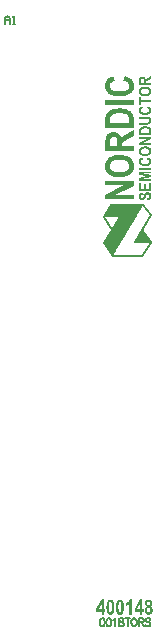
<source format=gto>
G04 Layer_Color=65535*
%FSLAX24Y24*%
%MOIN*%
G70*
G01*
G75*
%ADD14C,0.0060*%
%ADD15C,0.0050*%
G36*
X6847Y20037D02*
X6582Y19903D01*
X6847D01*
Y19841D01*
X6440D01*
Y19906D01*
X6712Y20042D01*
X6440D01*
Y20105D01*
X6847D01*
Y20037D01*
D02*
G37*
G36*
X6661Y20454D02*
X6667D01*
X6673Y20453D01*
X6679Y20453D01*
X6694Y20451D01*
X6709Y20449D01*
X6725Y20446D01*
X6740Y20442D01*
X6740D01*
X6741Y20441D01*
X6744Y20441D01*
X6746Y20440D01*
X6750Y20438D01*
X6753Y20437D01*
X6762Y20434D01*
X6772Y20429D01*
X6782Y20424D01*
X6792Y20418D01*
X6801Y20411D01*
X6803Y20411D01*
X6805Y20408D01*
X6809Y20404D01*
X6814Y20400D01*
X6820Y20393D01*
X6825Y20385D01*
X6831Y20377D01*
X6836Y20368D01*
Y20367D01*
X6836Y20367D01*
X6837Y20365D01*
X6837Y20363D01*
X6838Y20361D01*
X6839Y20357D01*
X6841Y20350D01*
X6843Y20340D01*
X6845Y20329D01*
X6846Y20316D01*
X6847Y20301D01*
Y20175D01*
X6440D01*
Y20297D01*
Y20298D01*
Y20299D01*
Y20302D01*
Y20305D01*
X6441Y20309D01*
Y20314D01*
X6441Y20324D01*
X6443Y20335D01*
X6444Y20347D01*
X6447Y20358D01*
X6451Y20368D01*
Y20368D01*
X6451Y20369D01*
X6453Y20371D01*
X6455Y20376D01*
X6459Y20382D01*
X6464Y20389D01*
X6470Y20396D01*
X6477Y20404D01*
X6486Y20411D01*
X6487Y20413D01*
X6489Y20414D01*
X6490Y20415D01*
X6496Y20418D01*
X6503Y20423D01*
X6513Y20428D01*
X6523Y20433D01*
X6536Y20438D01*
X6550Y20443D01*
X6550D01*
X6552Y20443D01*
X6554Y20444D01*
X6557Y20444D01*
X6561Y20446D01*
X6566Y20447D01*
X6571Y20448D01*
X6577Y20449D01*
X6583Y20449D01*
X6591Y20450D01*
X6599Y20451D01*
X6608Y20453D01*
X6617Y20453D01*
X6627Y20454D01*
X6648Y20454D01*
X6656D01*
X6661Y20454D01*
D02*
G37*
G36*
X5813Y19507D02*
X5829D01*
X5849Y19505D01*
X5871Y19503D01*
X5897Y19500D01*
X5925Y19495D01*
X5954Y19489D01*
X5984Y19481D01*
X6015Y19473D01*
X6046Y19461D01*
X6076Y19449D01*
X6106Y19434D01*
X6134Y19418D01*
X6160Y19397D01*
X6161Y19396D01*
X6165Y19392D01*
X6171Y19388D01*
X6177Y19380D01*
X6187Y19370D01*
X6196Y19359D01*
X6208Y19345D01*
X6217Y19329D01*
X6229Y19311D01*
X6240Y19291D01*
X6249Y19270D01*
X6258Y19246D01*
X6265Y19221D01*
X6271Y19194D01*
X6275Y19165D01*
X6276Y19135D01*
Y19134D01*
Y19128D01*
X6275Y19119D01*
Y19108D01*
X6273Y19094D01*
X6270Y19078D01*
X6266Y19059D01*
X6261Y19039D01*
X6256Y19019D01*
X6249Y18997D01*
X6239Y18975D01*
X6227Y18952D01*
X6215Y18931D01*
X6199Y18910D01*
X6181Y18890D01*
X6161Y18871D01*
X6160Y18870D01*
X6155Y18866D01*
X6148Y18861D01*
X6136Y18854D01*
X6124Y18846D01*
X6106Y18836D01*
X6087Y18826D01*
X6065Y18816D01*
X6041Y18806D01*
X6014Y18796D01*
X5984Y18786D01*
X5951Y18779D01*
X5916Y18771D01*
X5879Y18766D01*
X5839Y18763D01*
X5796Y18761D01*
X5780D01*
X5769Y18763D01*
X5754D01*
X5738Y18764D01*
X5719Y18765D01*
X5699Y18767D01*
X5677Y18770D01*
X5655Y18774D01*
X5609Y18781D01*
X5562Y18794D01*
X5541Y18801D01*
X5520Y18810D01*
X5519D01*
X5515Y18813D01*
X5510Y18815D01*
X5502Y18819D01*
X5493Y18824D01*
X5483Y18830D01*
X5459Y18845D01*
X5433Y18864D01*
X5405Y18886D01*
X5380Y18911D01*
X5369Y18925D01*
X5357Y18940D01*
X5356Y18941D01*
X5355Y18944D01*
X5353Y18949D01*
X5349Y18954D01*
X5345Y18963D01*
X5340Y18971D01*
X5335Y18982D01*
X5330Y18995D01*
X5325Y19008D01*
X5321Y19023D01*
X5312Y19056D01*
X5306Y19094D01*
X5304Y19114D01*
Y19135D01*
Y19138D01*
Y19143D01*
X5305Y19151D01*
X5306Y19162D01*
X5307Y19176D01*
X5310Y19193D01*
X5315Y19211D01*
X5320Y19230D01*
X5326Y19251D01*
X5335Y19274D01*
X5345Y19295D01*
X5357Y19318D01*
X5372Y19340D01*
X5389Y19362D01*
X5409Y19384D01*
X5431Y19404D01*
X5433Y19405D01*
X5437Y19409D01*
X5445Y19414D01*
X5455Y19420D01*
X5468Y19429D01*
X5484Y19438D01*
X5502Y19446D01*
X5524Y19456D01*
X5548Y19466D01*
X5574Y19475D01*
X5604Y19485D01*
X5636Y19492D01*
X5670Y19499D01*
X5707Y19504D01*
X5748Y19507D01*
X5790Y19509D01*
X5800D01*
X5813Y19507D01*
D02*
G37*
G36*
X6260Y21179D02*
X5320D01*
Y21334D01*
X6260D01*
Y21179D01*
D02*
G37*
G36*
X5831Y21050D02*
X5844D01*
X5857Y21049D01*
X5872Y21047D01*
X5906Y21044D01*
X5941Y21039D01*
X5978Y21033D01*
X6012Y21023D01*
X6014D01*
X6016Y21021D01*
X6021Y21020D01*
X6028Y21017D01*
X6035Y21015D01*
X6044Y21011D01*
X6064Y21004D01*
X6086Y20994D01*
X6110Y20981D01*
X6134Y20968D01*
X6155Y20952D01*
X6158Y20951D01*
X6164Y20945D01*
X6173Y20936D01*
X6185Y20925D01*
X6198Y20910D01*
X6210Y20893D01*
X6223Y20872D01*
X6234Y20851D01*
Y20850D01*
X6235Y20849D01*
X6236Y20845D01*
X6237Y20840D01*
X6240Y20835D01*
X6242Y20828D01*
X6246Y20810D01*
X6251Y20787D01*
X6256Y20761D01*
X6259Y20731D01*
X6260Y20698D01*
Y20406D01*
X5320D01*
Y20689D01*
Y20690D01*
Y20694D01*
Y20699D01*
Y20706D01*
X5321Y20715D01*
Y20726D01*
X5322Y20750D01*
X5326Y20776D01*
X5330Y20803D01*
X5336Y20829D01*
X5345Y20851D01*
Y20852D01*
X5346Y20854D01*
X5350Y20860D01*
X5355Y20871D01*
X5364Y20885D01*
X5375Y20900D01*
X5389Y20917D01*
X5406Y20935D01*
X5426Y20952D01*
X5429Y20955D01*
X5433Y20958D01*
X5436Y20960D01*
X5449Y20969D01*
X5466Y20979D01*
X5487Y20990D01*
X5512Y21003D01*
X5541Y21015D01*
X5574Y21025D01*
X5575D01*
X5577Y21026D01*
X5583Y21028D01*
X5590Y21029D01*
X5599Y21031D01*
X5610Y21034D01*
X5623Y21036D01*
X5636Y21039D01*
X5651Y21040D01*
X5669Y21042D01*
X5688Y21045D01*
X5707Y21047D01*
X5729Y21049D01*
X5751Y21050D01*
X5800Y21051D01*
X5820D01*
X5831Y21050D01*
D02*
G37*
G36*
X6260Y20135D02*
X6056Y20024D01*
X6055Y20022D01*
X6051Y20021D01*
X6046Y20017D01*
X6039Y20014D01*
X6030Y20009D01*
X6020Y20004D01*
X5997Y19991D01*
X5974Y19978D01*
X5951Y19964D01*
X5940Y19957D01*
X5931Y19951D01*
X5924Y19946D01*
X5918Y19941D01*
X5916Y19940D01*
X5913Y19937D01*
X5907Y19934D01*
X5901Y19928D01*
X5889Y19913D01*
X5884Y19904D01*
X5879Y19895D01*
Y19894D01*
X5878Y19890D01*
X5875Y19885D01*
X5872Y19876D01*
X5871Y19866D01*
X5869Y19852D01*
X5867Y19836D01*
Y19818D01*
Y19786D01*
X6260D01*
Y19631D01*
X5320D01*
Y19959D01*
Y19960D01*
Y19964D01*
Y19971D01*
Y19979D01*
X5321Y19990D01*
Y20001D01*
X5324Y20027D01*
X5326Y20057D01*
X5331Y20087D01*
X5337Y20115D01*
X5341Y20126D01*
X5346Y20138D01*
Y20139D01*
X5347Y20140D01*
X5351Y20146D01*
X5357Y20156D01*
X5366Y20169D01*
X5379Y20182D01*
X5394Y20198D01*
X5412Y20213D01*
X5434Y20226D01*
X5435D01*
X5436Y20227D01*
X5440Y20230D01*
X5445Y20231D01*
X5458Y20238D01*
X5476Y20244D01*
X5497Y20250D01*
X5524Y20256D01*
X5552Y20260D01*
X5584Y20261D01*
X5594D01*
X5602Y20260D01*
X5611D01*
X5623Y20259D01*
X5648Y20255D01*
X5675Y20249D01*
X5705Y20239D01*
X5734Y20225D01*
X5748Y20217D01*
X5761Y20208D01*
X5763D01*
X5764Y20205D01*
X5773Y20198D01*
X5784Y20186D01*
X5798Y20169D01*
X5811Y20148D01*
X5825Y20122D01*
X5838Y20092D01*
X5846Y20057D01*
X5847Y20060D01*
X5853Y20066D01*
X5860Y20075D01*
X5869Y20086D01*
X5881Y20100D01*
X5894Y20114D01*
X5909Y20127D01*
X5925Y20140D01*
X5928Y20141D01*
X5934Y20146D01*
X5944Y20154D01*
X5951Y20157D01*
X5960Y20164D01*
X5970Y20169D01*
X5981Y20176D01*
X5994Y20184D01*
X6008Y20191D01*
X6022Y20200D01*
X6039Y20209D01*
X6058Y20219D01*
X6077Y20229D01*
X6260Y20322D01*
Y20135D01*
D02*
G37*
G36*
X6653Y21777D02*
X6660D01*
X6669Y21776D01*
X6679Y21775D01*
X6690Y21774D01*
X6702Y21772D01*
X6714Y21769D01*
X6727Y21766D01*
X6741Y21762D01*
X6754Y21757D01*
X6767Y21751D01*
X6780Y21745D01*
X6792Y21738D01*
X6804Y21729D01*
X6804Y21729D01*
X6806Y21727D01*
X6809Y21725D01*
X6811Y21722D01*
X6816Y21717D01*
X6819Y21713D01*
X6824Y21707D01*
X6829Y21700D01*
X6833Y21692D01*
X6838Y21683D01*
X6842Y21674D01*
X6846Y21664D01*
X6849Y21653D01*
X6852Y21641D01*
X6853Y21629D01*
X6854Y21616D01*
Y21615D01*
Y21612D01*
X6853Y21609D01*
Y21604D01*
X6852Y21598D01*
X6851Y21591D01*
X6850Y21583D01*
X6847Y21574D01*
X6845Y21565D01*
X6842Y21556D01*
X6838Y21546D01*
X6833Y21537D01*
X6827Y21528D01*
X6820Y21518D01*
X6813Y21510D01*
X6804Y21502D01*
X6804Y21501D01*
X6801Y21499D01*
X6798Y21497D01*
X6793Y21494D01*
X6788Y21491D01*
X6780Y21486D01*
X6772Y21482D01*
X6763Y21478D01*
X6752Y21473D01*
X6740Y21469D01*
X6727Y21465D01*
X6713Y21462D01*
X6698Y21458D01*
X6682Y21456D01*
X6665Y21454D01*
X6646Y21454D01*
X6639D01*
X6634Y21454D01*
X6628D01*
X6621Y21455D01*
X6613Y21456D01*
X6604Y21457D01*
X6595Y21458D01*
X6585Y21459D01*
X6565Y21463D01*
X6545Y21468D01*
X6536Y21471D01*
X6527Y21475D01*
X6526D01*
X6524Y21476D01*
X6522Y21477D01*
X6519Y21479D01*
X6515Y21481D01*
X6510Y21484D01*
X6500Y21490D01*
X6489Y21498D01*
X6477Y21508D01*
X6466Y21519D01*
X6461Y21525D01*
X6456Y21531D01*
X6456Y21532D01*
X6455Y21533D01*
X6454Y21535D01*
X6453Y21537D01*
X6451Y21541D01*
X6449Y21545D01*
X6447Y21550D01*
X6444Y21555D01*
X6442Y21561D01*
X6441Y21567D01*
X6437Y21582D01*
X6434Y21598D01*
X6433Y21607D01*
Y21616D01*
Y21617D01*
Y21619D01*
X6434Y21623D01*
X6434Y21628D01*
X6435Y21634D01*
X6436Y21641D01*
X6438Y21649D01*
X6440Y21657D01*
X6443Y21666D01*
X6447Y21676D01*
X6451Y21685D01*
X6456Y21695D01*
X6463Y21704D01*
X6470Y21714D01*
X6478Y21723D01*
X6488Y21732D01*
X6489Y21733D01*
X6491Y21734D01*
X6494Y21736D01*
X6499Y21739D01*
X6504Y21743D01*
X6511Y21747D01*
X6519Y21750D01*
X6528Y21755D01*
X6539Y21759D01*
X6550Y21763D01*
X6563Y21767D01*
X6577Y21770D01*
X6592Y21773D01*
X6608Y21775D01*
X6625Y21777D01*
X6643Y21777D01*
X6648D01*
X6653Y21777D01*
D02*
G37*
G36*
X6509Y21325D02*
X6847D01*
Y21258D01*
X6509D01*
Y21159D01*
X6440D01*
Y21424D01*
X6509D01*
Y21325D01*
D02*
G37*
G36*
X6726Y21126D02*
X6730Y21124D01*
X6734Y21123D01*
X6740Y21121D01*
X6746Y21119D01*
X6753Y21117D01*
X6761Y21114D01*
X6777Y21107D01*
X6794Y21098D01*
X6801Y21093D01*
X6809Y21087D01*
X6816Y21081D01*
X6823Y21075D01*
X6823Y21074D01*
X6824Y21073D01*
X6825Y21071D01*
X6827Y21068D01*
X6830Y21065D01*
X6832Y21061D01*
X6836Y21056D01*
X6838Y21051D01*
X6841Y21044D01*
X6844Y21038D01*
X6847Y21031D01*
X6849Y21023D01*
X6851Y21015D01*
X6852Y21007D01*
X6853Y20997D01*
X6854Y20988D01*
Y20987D01*
Y20985D01*
X6853Y20981D01*
Y20977D01*
X6852Y20971D01*
X6851Y20965D01*
X6850Y20958D01*
X6847Y20950D01*
X6845Y20942D01*
X6842Y20934D01*
X6838Y20924D01*
X6833Y20916D01*
X6827Y20907D01*
X6820Y20898D01*
X6813Y20890D01*
X6804Y20882D01*
X6804Y20882D01*
X6801Y20880D01*
X6798Y20878D01*
X6793Y20875D01*
X6787Y20871D01*
X6780Y20868D01*
X6772Y20863D01*
X6763Y20859D01*
X6752Y20855D01*
X6740Y20850D01*
X6727Y20846D01*
X6713Y20843D01*
X6698Y20840D01*
X6682Y20838D01*
X6665Y20836D01*
X6647Y20836D01*
X6643D01*
X6638Y20836D01*
X6630D01*
X6621Y20837D01*
X6611Y20838D01*
X6600Y20839D01*
X6588Y20842D01*
X6575Y20844D01*
X6562Y20847D01*
X6548Y20851D01*
X6535Y20855D01*
X6521Y20860D01*
X6508Y20867D01*
X6496Y20874D01*
X6484Y20882D01*
X6484Y20883D01*
X6482Y20884D01*
X6480Y20886D01*
X6476Y20890D01*
X6473Y20894D01*
X6468Y20899D01*
X6463Y20905D01*
X6458Y20911D01*
X6454Y20919D01*
X6449Y20927D01*
X6445Y20936D01*
X6441Y20946D01*
X6438Y20956D01*
X6435Y20968D01*
X6434Y20979D01*
X6433Y20992D01*
Y20992D01*
Y20995D01*
Y20997D01*
X6434Y21001D01*
X6434Y21006D01*
X6435Y21012D01*
X6436Y21018D01*
X6438Y21025D01*
X6440Y21032D01*
X6442Y21040D01*
X6445Y21048D01*
X6449Y21055D01*
X6454Y21063D01*
X6459Y21071D01*
X6464Y21079D01*
X6471Y21086D01*
X6472Y21087D01*
X6473Y21087D01*
X6474Y21089D01*
X6476Y21090D01*
X6480Y21093D01*
X6483Y21095D01*
X6487Y21098D01*
X6492Y21101D01*
X6497Y21104D01*
X6503Y21107D01*
X6510Y21110D01*
X6517Y21114D01*
X6525Y21117D01*
X6533Y21120D01*
X6542Y21123D01*
X6552Y21126D01*
X6572Y21059D01*
X6571D01*
X6570Y21058D01*
X6568D01*
X6566Y21058D01*
X6560Y21056D01*
X6553Y21054D01*
X6545Y21050D01*
X6536Y21045D01*
X6528Y21040D01*
X6521Y21033D01*
X6521Y21032D01*
X6519Y21030D01*
X6516Y21025D01*
X6512Y21021D01*
X6509Y21014D01*
X6506Y21006D01*
X6504Y20997D01*
X6503Y20988D01*
Y20988D01*
Y20987D01*
Y20984D01*
X6504Y20982D01*
X6504Y20979D01*
X6505Y20975D01*
X6507Y20967D01*
X6511Y20957D01*
X6514Y20952D01*
X6517Y20948D01*
X6521Y20942D01*
X6525Y20937D01*
X6530Y20932D01*
X6536Y20928D01*
X6536D01*
X6537Y20927D01*
X6539Y20926D01*
X6542Y20924D01*
X6546Y20923D01*
X6550Y20921D01*
X6555Y20919D01*
X6561Y20917D01*
X6568Y20915D01*
X6576Y20912D01*
X6585Y20910D01*
X6594Y20909D01*
X6605Y20907D01*
X6616Y20906D01*
X6628Y20905D01*
X6642Y20905D01*
X6649D01*
X6654Y20905D01*
X6661D01*
X6668Y20906D01*
X6676Y20907D01*
X6684Y20908D01*
X6702Y20910D01*
X6720Y20915D01*
X6729Y20917D01*
X6737Y20920D01*
X6745Y20924D01*
X6751Y20928D01*
X6752Y20928D01*
X6753Y20929D01*
X6754Y20930D01*
X6756Y20932D01*
X6761Y20937D01*
X6767Y20943D01*
X6773Y20952D01*
X6779Y20962D01*
X6780Y20968D01*
X6782Y20974D01*
X6783Y20980D01*
X6784Y20987D01*
Y20987D01*
Y20988D01*
X6783Y20991D01*
X6783Y20996D01*
X6781Y21002D01*
X6779Y21009D01*
X6775Y21017D01*
X6770Y21025D01*
X6763Y21033D01*
X6762Y21034D01*
X6759Y21036D01*
X6754Y21039D01*
X6747Y21043D01*
X6738Y21048D01*
X6733Y21050D01*
X6727Y21053D01*
X6720Y21055D01*
X6713Y21057D01*
X6706Y21059D01*
X6698Y21061D01*
X6723Y21126D01*
X6724D01*
X6726Y21126D01*
D02*
G37*
G36*
X6260Y18474D02*
X5648Y18165D01*
X6260D01*
Y18020D01*
X5320D01*
Y18171D01*
X5949Y18486D01*
X5320D01*
Y18631D01*
X6260D01*
Y18474D01*
D02*
G37*
G36*
X6847Y22049D02*
X6759Y22000D01*
X6758Y22000D01*
X6757Y21999D01*
X6754Y21998D01*
X6751Y21996D01*
X6747Y21994D01*
X6743Y21992D01*
X6733Y21986D01*
X6723Y21980D01*
X6713Y21974D01*
X6708Y21972D01*
X6705Y21969D01*
X6701Y21967D01*
X6699Y21965D01*
X6698Y21964D01*
X6697Y21963D01*
X6694Y21961D01*
X6692Y21959D01*
X6686Y21952D01*
X6684Y21948D01*
X6682Y21945D01*
Y21944D01*
X6681Y21942D01*
X6680Y21940D01*
X6679Y21937D01*
X6679Y21932D01*
X6678Y21926D01*
X6677Y21919D01*
Y21911D01*
Y21898D01*
X6847D01*
Y21830D01*
X6440D01*
Y21972D01*
Y21973D01*
Y21974D01*
Y21978D01*
Y21981D01*
X6441Y21986D01*
Y21991D01*
X6442Y22002D01*
X6443Y22015D01*
X6445Y22028D01*
X6448Y22040D01*
X6449Y22045D01*
X6451Y22050D01*
Y22050D01*
X6452Y22051D01*
X6454Y22053D01*
X6456Y22058D01*
X6460Y22063D01*
X6466Y22069D01*
X6472Y22076D01*
X6480Y22082D01*
X6489Y22088D01*
X6490D01*
X6490Y22089D01*
X6492Y22090D01*
X6494Y22090D01*
X6500Y22093D01*
X6508Y22096D01*
X6517Y22098D01*
X6528Y22101D01*
X6541Y22103D01*
X6554Y22103D01*
X6559D01*
X6562Y22103D01*
X6566D01*
X6571Y22102D01*
X6582Y22100D01*
X6594Y22098D01*
X6607Y22093D01*
X6619Y22087D01*
X6625Y22084D01*
X6631Y22080D01*
X6632D01*
X6632Y22079D01*
X6636Y22076D01*
X6641Y22071D01*
X6647Y22063D01*
X6653Y22054D01*
X6659Y22043D01*
X6664Y22030D01*
X6668Y22015D01*
X6668Y22016D01*
X6671Y22019D01*
X6674Y22023D01*
X6678Y22027D01*
X6683Y22033D01*
X6688Y22039D01*
X6695Y22045D01*
X6702Y22051D01*
X6703Y22051D01*
X6706Y22053D01*
X6710Y22057D01*
X6713Y22058D01*
X6717Y22061D01*
X6721Y22063D01*
X6726Y22066D01*
X6732Y22070D01*
X6738Y22073D01*
X6744Y22077D01*
X6751Y22080D01*
X6759Y22085D01*
X6768Y22089D01*
X6847Y22130D01*
Y22049D01*
D02*
G37*
G36*
X6682Y20777D02*
X6691D01*
X6700Y20777D01*
X6719Y20776D01*
X6739Y20774D01*
X6748Y20773D01*
X6757Y20772D01*
X6765Y20770D01*
X6773Y20768D01*
X6773D01*
X6774Y20768D01*
X6776Y20767D01*
X6779Y20767D01*
X6782Y20766D01*
X6785Y20764D01*
X6794Y20760D01*
X6803Y20755D01*
X6813Y20748D01*
X6823Y20740D01*
X6832Y20729D01*
Y20728D01*
X6833Y20727D01*
X6834Y20726D01*
X6835Y20724D01*
X6837Y20720D01*
X6839Y20717D01*
X6841Y20712D01*
X6843Y20707D01*
X6845Y20702D01*
X6847Y20696D01*
X6849Y20689D01*
X6851Y20682D01*
X6853Y20666D01*
X6854Y20648D01*
Y20647D01*
Y20646D01*
Y20643D01*
X6853Y20639D01*
Y20635D01*
X6853Y20630D01*
X6852Y20624D01*
X6852Y20618D01*
X6850Y20605D01*
X6846Y20592D01*
X6841Y20578D01*
X6836Y20566D01*
Y20566D01*
X6834Y20565D01*
X6833Y20563D01*
X6832Y20561D01*
X6828Y20556D01*
X6822Y20550D01*
X6814Y20543D01*
X6805Y20536D01*
X6795Y20529D01*
X6783Y20524D01*
X6783D01*
X6781Y20523D01*
X6779Y20523D01*
X6776Y20522D01*
X6772Y20521D01*
X6767Y20520D01*
X6761Y20519D01*
X6754Y20517D01*
X6747Y20516D01*
X6738Y20515D01*
X6727Y20514D01*
X6716Y20513D01*
X6703Y20512D01*
X6689Y20512D01*
X6674Y20511D01*
X6440D01*
Y20578D01*
X6678D01*
X6688Y20579D01*
X6700D01*
X6711Y20579D01*
X6715D01*
X6720Y20580D01*
X6724D01*
X6727Y20580D01*
X6728D01*
X6732Y20581D01*
X6737Y20582D01*
X6743Y20585D01*
X6750Y20587D01*
X6757Y20591D01*
X6763Y20595D01*
X6769Y20601D01*
X6770Y20602D01*
X6771Y20605D01*
X6774Y20608D01*
X6776Y20613D01*
X6779Y20620D01*
X6781Y20628D01*
X6783Y20636D01*
X6784Y20646D01*
Y20647D01*
Y20647D01*
Y20650D01*
X6783Y20654D01*
X6783Y20660D01*
X6781Y20666D01*
X6779Y20673D01*
X6777Y20679D01*
X6773Y20685D01*
X6773Y20685D01*
X6771Y20687D01*
X6769Y20690D01*
X6766Y20693D01*
X6762Y20696D01*
X6757Y20699D01*
X6751Y20703D01*
X6745Y20705D01*
X6744Y20705D01*
X6743D01*
X6741Y20706D01*
X6739Y20706D01*
X6735Y20707D01*
X6732Y20707D01*
X6728Y20708D01*
X6723Y20708D01*
X6717Y20709D01*
X6711D01*
X6704Y20710D01*
X6695Y20710D01*
X6686Y20711D01*
X6440D01*
Y20778D01*
X6674D01*
X6682Y20777D01*
D02*
G37*
G36*
X5980Y22125D02*
X5989Y22122D01*
X6000Y22119D01*
X6012Y22115D01*
X6028Y22110D01*
X6044Y22105D01*
X6061Y22097D01*
X6099Y22081D01*
X6137Y22061D01*
X6155Y22049D01*
X6173Y22036D01*
X6189Y22023D01*
X6204Y22008D01*
X6205Y22006D01*
X6206Y22004D01*
X6210Y21999D01*
X6215Y21992D01*
X6220Y21985D01*
X6226Y21975D01*
X6234Y21965D01*
X6240Y21953D01*
X6246Y21937D01*
X6254Y21923D01*
X6260Y21906D01*
X6265Y21889D01*
X6270Y21870D01*
X6273Y21850D01*
X6275Y21829D01*
X6276Y21806D01*
Y21805D01*
Y21800D01*
X6275Y21791D01*
Y21781D01*
X6273Y21769D01*
X6270Y21754D01*
X6266Y21737D01*
X6261Y21720D01*
X6256Y21700D01*
X6249Y21681D01*
X6239Y21660D01*
X6227Y21640D01*
X6215Y21620D01*
X6199Y21600D01*
X6181Y21581D01*
X6161Y21562D01*
X6160Y21561D01*
X6155Y21558D01*
X6148Y21553D01*
X6136Y21546D01*
X6122Y21537D01*
X6106Y21529D01*
X6087Y21519D01*
X6065Y21509D01*
X6041Y21499D01*
X6014Y21489D01*
X5984Y21480D01*
X5951Y21471D01*
X5916Y21465D01*
X5880Y21460D01*
X5840Y21456D01*
X5799Y21455D01*
X5789D01*
X5776Y21456D01*
X5759D01*
X5739Y21459D01*
X5715Y21461D01*
X5690Y21464D01*
X5661Y21469D01*
X5633Y21474D01*
X5601Y21481D01*
X5570Y21490D01*
X5539Y21500D01*
X5508Y21512D01*
X5477Y21528D01*
X5449Y21544D01*
X5422Y21562D01*
X5421Y21564D01*
X5418Y21567D01*
X5411Y21572D01*
X5404Y21580D01*
X5395Y21590D01*
X5385Y21601D01*
X5374Y21615D01*
X5362Y21630D01*
X5353Y21648D01*
X5341Y21666D01*
X5331Y21688D01*
X5322Y21710D01*
X5315Y21734D01*
X5309Y21760D01*
X5305Y21788D01*
X5304Y21816D01*
Y21818D01*
Y21823D01*
Y21829D01*
X5305Y21837D01*
X5306Y21849D01*
X5309Y21862D01*
X5311Y21876D01*
X5315Y21892D01*
X5320Y21909D01*
X5325Y21926D01*
X5332Y21945D01*
X5341Y21962D01*
X5351Y21981D01*
X5364Y21999D01*
X5376Y22018D01*
X5393Y22034D01*
X5394Y22035D01*
X5395Y22036D01*
X5399Y22040D01*
X5404Y22044D01*
X5411Y22049D01*
X5419Y22055D01*
X5429Y22061D01*
X5440Y22069D01*
X5452Y22075D01*
X5466Y22083D01*
X5481Y22090D01*
X5497Y22099D01*
X5516Y22105D01*
X5535Y22113D01*
X5556Y22119D01*
X5579Y22125D01*
X5624Y21971D01*
X5623D01*
X5620Y21970D01*
X5616D01*
X5611Y21969D01*
X5598Y21964D01*
X5581Y21959D01*
X5562Y21950D01*
X5543Y21940D01*
X5524Y21926D01*
X5508Y21911D01*
X5506Y21909D01*
X5501Y21904D01*
X5495Y21894D01*
X5486Y21883D01*
X5479Y21866D01*
X5472Y21849D01*
X5468Y21829D01*
X5466Y21807D01*
Y21806D01*
Y21804D01*
Y21799D01*
X5468Y21794D01*
X5469Y21786D01*
X5470Y21778D01*
X5475Y21759D01*
X5485Y21736D01*
X5490Y21725D01*
X5497Y21714D01*
X5506Y21701D01*
X5516Y21690D01*
X5527Y21679D01*
X5541Y21669D01*
X5543D01*
X5545Y21666D01*
X5549Y21664D01*
X5555Y21660D01*
X5564Y21656D01*
X5574Y21651D01*
X5585Y21648D01*
X5600Y21642D01*
X5615Y21637D01*
X5634Y21632D01*
X5654Y21628D01*
X5676Y21624D01*
X5700Y21620D01*
X5726Y21618D01*
X5755Y21616D01*
X5786Y21615D01*
X5803D01*
X5815Y21616D01*
X5830D01*
X5846Y21618D01*
X5865Y21620D01*
X5884Y21621D01*
X5926Y21628D01*
X5968Y21637D01*
X5987Y21644D01*
X6006Y21650D01*
X6024Y21659D01*
X6039Y21667D01*
X6040Y21669D01*
X6043Y21670D01*
X6046Y21672D01*
X6050Y21677D01*
X6062Y21689D01*
X6076Y21704D01*
X6090Y21724D01*
X6102Y21748D01*
X6106Y21760D01*
X6110Y21774D01*
X6112Y21789D01*
X6114Y21804D01*
Y21805D01*
Y21806D01*
X6112Y21814D01*
X6111Y21825D01*
X6108Y21840D01*
X6102Y21856D01*
X6094Y21875D01*
X6083Y21892D01*
X6066Y21910D01*
X6064Y21913D01*
X6058Y21918D01*
X6046Y21925D01*
X6030Y21935D01*
X6009Y21946D01*
X5996Y21951D01*
X5982Y21956D01*
X5968Y21961D01*
X5951Y21966D01*
X5934Y21971D01*
X5915Y21975D01*
X5974Y22126D01*
X5975D01*
X5980Y22125D01*
D02*
G37*
G36*
X6847Y19010D02*
X6440D01*
Y19077D01*
X6847D01*
Y19010D01*
D02*
G37*
G36*
X6726Y19419D02*
X6730Y19418D01*
X6734Y19417D01*
X6740Y19415D01*
X6746Y19413D01*
X6753Y19411D01*
X6761Y19407D01*
X6777Y19400D01*
X6794Y19392D01*
X6801Y19386D01*
X6809Y19381D01*
X6816Y19375D01*
X6823Y19368D01*
X6823Y19368D01*
X6824Y19367D01*
X6825Y19365D01*
X6827Y19362D01*
X6830Y19359D01*
X6832Y19354D01*
X6836Y19350D01*
X6838Y19345D01*
X6841Y19338D01*
X6844Y19332D01*
X6847Y19325D01*
X6849Y19317D01*
X6851Y19309D01*
X6852Y19300D01*
X6853Y19291D01*
X6854Y19281D01*
Y19281D01*
Y19279D01*
X6853Y19275D01*
Y19270D01*
X6852Y19265D01*
X6851Y19259D01*
X6850Y19252D01*
X6847Y19244D01*
X6845Y19235D01*
X6842Y19227D01*
X6838Y19218D01*
X6833Y19209D01*
X6827Y19201D01*
X6820Y19192D01*
X6813Y19184D01*
X6804Y19176D01*
X6804Y19175D01*
X6801Y19174D01*
X6798Y19171D01*
X6793Y19169D01*
X6787Y19165D01*
X6780Y19161D01*
X6772Y19157D01*
X6763Y19153D01*
X6752Y19148D01*
X6740Y19144D01*
X6727Y19140D01*
X6713Y19136D01*
X6698Y19134D01*
X6682Y19131D01*
X6665Y19130D01*
X6647Y19129D01*
X6643D01*
X6638Y19130D01*
X6630D01*
X6621Y19131D01*
X6611Y19132D01*
X6600Y19133D01*
X6588Y19135D01*
X6575Y19137D01*
X6562Y19141D01*
X6548Y19144D01*
X6535Y19149D01*
X6521Y19154D01*
X6508Y19161D01*
X6496Y19168D01*
X6484Y19176D01*
X6484Y19176D01*
X6482Y19178D01*
X6480Y19180D01*
X6476Y19183D01*
X6473Y19188D01*
X6468Y19193D01*
X6463Y19199D01*
X6458Y19205D01*
X6454Y19213D01*
X6449Y19221D01*
X6445Y19230D01*
X6441Y19240D01*
X6438Y19250D01*
X6435Y19261D01*
X6434Y19273D01*
X6433Y19286D01*
Y19286D01*
Y19288D01*
Y19291D01*
X6434Y19295D01*
X6434Y19300D01*
X6435Y19306D01*
X6436Y19312D01*
X6438Y19319D01*
X6440Y19326D01*
X6442Y19333D01*
X6445Y19341D01*
X6449Y19349D01*
X6454Y19357D01*
X6459Y19365D01*
X6464Y19373D01*
X6471Y19380D01*
X6472Y19380D01*
X6473Y19381D01*
X6474Y19382D01*
X6476Y19384D01*
X6480Y19386D01*
X6483Y19389D01*
X6487Y19392D01*
X6492Y19395D01*
X6497Y19398D01*
X6503Y19401D01*
X6510Y19404D01*
X6517Y19408D01*
X6525Y19411D01*
X6533Y19414D01*
X6542Y19417D01*
X6552Y19419D01*
X6572Y19353D01*
X6571D01*
X6570Y19352D01*
X6568D01*
X6566Y19352D01*
X6560Y19349D01*
X6553Y19347D01*
X6545Y19344D01*
X6536Y19339D01*
X6528Y19333D01*
X6521Y19327D01*
X6521Y19326D01*
X6519Y19323D01*
X6516Y19319D01*
X6512Y19314D01*
X6509Y19307D01*
X6506Y19300D01*
X6504Y19291D01*
X6503Y19282D01*
Y19281D01*
Y19280D01*
Y19278D01*
X6504Y19276D01*
X6504Y19273D01*
X6505Y19269D01*
X6507Y19261D01*
X6511Y19251D01*
X6514Y19246D01*
X6517Y19241D01*
X6521Y19236D01*
X6525Y19231D01*
X6530Y19226D01*
X6536Y19222D01*
X6536D01*
X6537Y19221D01*
X6539Y19220D01*
X6542Y19218D01*
X6546Y19216D01*
X6550Y19214D01*
X6555Y19213D01*
X6561Y19210D01*
X6568Y19208D01*
X6576Y19206D01*
X6585Y19204D01*
X6594Y19202D01*
X6605Y19201D01*
X6616Y19200D01*
X6628Y19199D01*
X6642Y19199D01*
X6649D01*
X6654Y19199D01*
X6661D01*
X6668Y19200D01*
X6676Y19201D01*
X6684Y19201D01*
X6702Y19204D01*
X6720Y19208D01*
X6729Y19211D01*
X6737Y19214D01*
X6745Y19217D01*
X6751Y19221D01*
X6752Y19222D01*
X6753Y19222D01*
X6754Y19223D01*
X6756Y19226D01*
X6761Y19230D01*
X6767Y19237D01*
X6773Y19246D01*
X6779Y19256D01*
X6780Y19261D01*
X6782Y19267D01*
X6783Y19274D01*
X6784Y19280D01*
Y19281D01*
Y19281D01*
X6783Y19285D01*
X6783Y19289D01*
X6781Y19296D01*
X6779Y19303D01*
X6775Y19311D01*
X6770Y19319D01*
X6763Y19326D01*
X6762Y19327D01*
X6759Y19329D01*
X6754Y19333D01*
X6747Y19337D01*
X6738Y19342D01*
X6733Y19344D01*
X6727Y19346D01*
X6720Y19348D01*
X6713Y19351D01*
X6706Y19353D01*
X6698Y19354D01*
X6723Y19420D01*
X6724D01*
X6726Y19419D01*
D02*
G37*
G36*
X6653Y19786D02*
X6660D01*
X6669Y19785D01*
X6679Y19784D01*
X6690Y19783D01*
X6702Y19781D01*
X6714Y19778D01*
X6727Y19775D01*
X6741Y19771D01*
X6754Y19766D01*
X6767Y19761D01*
X6780Y19754D01*
X6792Y19747D01*
X6804Y19738D01*
X6804Y19738D01*
X6806Y19736D01*
X6809Y19734D01*
X6811Y19731D01*
X6816Y19727D01*
X6819Y19722D01*
X6824Y19716D01*
X6829Y19709D01*
X6833Y19701D01*
X6838Y19692D01*
X6842Y19683D01*
X6846Y19673D01*
X6849Y19662D01*
X6852Y19650D01*
X6853Y19638D01*
X6854Y19625D01*
Y19624D01*
Y19622D01*
X6853Y19618D01*
Y19613D01*
X6852Y19607D01*
X6851Y19600D01*
X6850Y19592D01*
X6847Y19583D01*
X6845Y19575D01*
X6842Y19565D01*
X6838Y19556D01*
X6833Y19546D01*
X6827Y19537D01*
X6820Y19527D01*
X6813Y19519D01*
X6804Y19511D01*
X6804Y19510D01*
X6801Y19509D01*
X6798Y19506D01*
X6793Y19503D01*
X6788Y19500D01*
X6780Y19496D01*
X6772Y19491D01*
X6763Y19487D01*
X6752Y19483D01*
X6740Y19478D01*
X6727Y19474D01*
X6713Y19471D01*
X6698Y19467D01*
X6682Y19465D01*
X6665Y19464D01*
X6646Y19463D01*
X6639D01*
X6634Y19464D01*
X6628D01*
X6621Y19464D01*
X6613Y19465D01*
X6604Y19466D01*
X6595Y19467D01*
X6585Y19468D01*
X6565Y19472D01*
X6545Y19477D01*
X6536Y19480D01*
X6527Y19484D01*
X6526D01*
X6524Y19485D01*
X6522Y19486D01*
X6519Y19488D01*
X6515Y19490D01*
X6510Y19493D01*
X6500Y19499D01*
X6489Y19507D01*
X6477Y19517D01*
X6466Y19528D01*
X6461Y19534D01*
X6456Y19540D01*
X6456Y19541D01*
X6455Y19542D01*
X6454Y19544D01*
X6453Y19546D01*
X6451Y19550D01*
X6449Y19554D01*
X6447Y19559D01*
X6444Y19564D01*
X6442Y19570D01*
X6441Y19576D01*
X6437Y19591D01*
X6434Y19607D01*
X6433Y19616D01*
Y19625D01*
Y19626D01*
Y19628D01*
X6434Y19632D01*
X6434Y19637D01*
X6435Y19643D01*
X6436Y19650D01*
X6438Y19658D01*
X6440Y19666D01*
X6443Y19675D01*
X6447Y19685D01*
X6451Y19694D01*
X6456Y19704D01*
X6463Y19714D01*
X6470Y19723D01*
X6478Y19732D01*
X6488Y19741D01*
X6489Y19742D01*
X6491Y19743D01*
X6494Y19745D01*
X6499Y19748D01*
X6504Y19752D01*
X6511Y19756D01*
X6519Y19760D01*
X6528Y19764D01*
X6539Y19768D01*
X6550Y19772D01*
X6563Y19776D01*
X6577Y19780D01*
X6592Y19782D01*
X6608Y19784D01*
X6625Y19786D01*
X6643Y19787D01*
X6648D01*
X6653Y19786D01*
D02*
G37*
G36*
X6738Y18256D02*
X6743Y18256D01*
X6748Y18255D01*
X6753Y18254D01*
X6760Y18252D01*
X6774Y18249D01*
X6781Y18246D01*
X6789Y18243D01*
X6797Y18239D01*
X6804Y18234D01*
X6811Y18230D01*
X6818Y18224D01*
X6819Y18223D01*
X6820Y18222D01*
X6821Y18220D01*
X6824Y18218D01*
X6826Y18214D01*
X6830Y18210D01*
X6833Y18205D01*
X6836Y18199D01*
X6839Y18192D01*
X6843Y18185D01*
X6846Y18176D01*
X6849Y18167D01*
X6851Y18157D01*
X6852Y18146D01*
X6853Y18134D01*
X6854Y18122D01*
Y18121D01*
Y18120D01*
Y18119D01*
X6853Y18117D01*
Y18114D01*
X6853Y18111D01*
X6852Y18102D01*
X6850Y18093D01*
X6846Y18082D01*
X6842Y18071D01*
X6837Y18059D01*
X6829Y18047D01*
X6820Y18035D01*
X6814Y18029D01*
X6809Y18023D01*
X6802Y18018D01*
X6795Y18013D01*
X6787Y18008D01*
X6779Y18003D01*
X6770Y18000D01*
X6760Y17996D01*
X6750Y17993D01*
X6739Y17990D01*
X6727Y17988D01*
X6714Y17986D01*
X6707Y18052D01*
X6708D01*
X6710Y18052D01*
X6714Y18053D01*
X6719Y18054D01*
X6725Y18056D01*
X6732Y18058D01*
X6739Y18061D01*
X6746Y18065D01*
X6753Y18069D01*
X6760Y18074D01*
X6767Y18080D01*
X6772Y18087D01*
X6778Y18094D01*
X6781Y18104D01*
X6784Y18113D01*
X6785Y18124D01*
Y18125D01*
Y18126D01*
Y18127D01*
Y18129D01*
X6784Y18134D01*
X6783Y18141D01*
X6781Y18149D01*
X6778Y18157D01*
X6774Y18165D01*
X6769Y18172D01*
X6768Y18172D01*
X6766Y18174D01*
X6763Y18177D01*
X6758Y18181D01*
X6752Y18184D01*
X6746Y18187D01*
X6738Y18189D01*
X6730Y18190D01*
X6727D01*
X6725Y18189D01*
X6721D01*
X6713Y18187D01*
X6709Y18185D01*
X6706Y18183D01*
X6705D01*
X6704Y18182D01*
X6702Y18180D01*
X6700Y18179D01*
X6698Y18176D01*
X6695Y18173D01*
X6692Y18169D01*
X6690Y18165D01*
X6689Y18164D01*
X6689Y18162D01*
X6687Y18158D01*
X6686Y18155D01*
X6685Y18152D01*
X6684Y18149D01*
X6682Y18145D01*
X6680Y18139D01*
X6678Y18134D01*
X6676Y18127D01*
X6674Y18120D01*
X6672Y18113D01*
X6669Y18104D01*
Y18104D01*
X6668Y18102D01*
X6668Y18100D01*
X6667Y18097D01*
X6666Y18094D01*
X6664Y18089D01*
X6660Y18080D01*
X6656Y18070D01*
X6652Y18060D01*
X6646Y18050D01*
X6641Y18041D01*
X6640Y18040D01*
X6638Y18038D01*
X6634Y18034D01*
X6630Y18030D01*
X6624Y18025D01*
X6618Y18020D01*
X6609Y18014D01*
X6601Y18009D01*
X6600D01*
X6600Y18009D01*
X6596Y18008D01*
X6592Y18006D01*
X6585Y18004D01*
X6577Y18002D01*
X6568Y18000D01*
X6557Y17999D01*
X6547Y17998D01*
X6542D01*
X6539Y17999D01*
X6535D01*
X6527Y18000D01*
X6518Y18002D01*
X6508Y18004D01*
X6497Y18008D01*
X6487Y18013D01*
X6487D01*
X6486Y18013D01*
X6483Y18015D01*
X6478Y18019D01*
X6472Y18023D01*
X6466Y18029D01*
X6459Y18036D01*
X6453Y18045D01*
X6447Y18054D01*
Y18055D01*
X6447Y18055D01*
X6446Y18057D01*
X6445Y18059D01*
X6444Y18062D01*
X6443Y18065D01*
X6440Y18073D01*
X6437Y18082D01*
X6435Y18094D01*
X6434Y18106D01*
X6433Y18120D01*
Y18121D01*
Y18123D01*
Y18126D01*
X6434Y18130D01*
X6434Y18135D01*
X6435Y18141D01*
X6436Y18147D01*
X6437Y18154D01*
X6441Y18168D01*
X6443Y18177D01*
X6447Y18184D01*
X6450Y18192D01*
X6454Y18199D01*
X6460Y18206D01*
X6465Y18212D01*
X6466Y18213D01*
X6467Y18214D01*
X6468Y18216D01*
X6471Y18218D01*
X6474Y18220D01*
X6478Y18223D01*
X6483Y18226D01*
X6488Y18229D01*
X6494Y18232D01*
X6501Y18236D01*
X6509Y18238D01*
X6517Y18241D01*
X6526Y18244D01*
X6535Y18245D01*
X6545Y18247D01*
X6556Y18247D01*
X6560Y18180D01*
X6558D01*
X6556Y18179D01*
X6554Y18179D01*
X6549Y18178D01*
X6542Y18175D01*
X6534Y18173D01*
X6527Y18170D01*
X6520Y18165D01*
X6514Y18160D01*
X6514Y18160D01*
X6512Y18158D01*
X6510Y18154D01*
X6508Y18150D01*
X6506Y18144D01*
X6503Y18137D01*
X6502Y18128D01*
X6501Y18119D01*
Y18118D01*
Y18118D01*
Y18114D01*
X6502Y18109D01*
X6503Y18104D01*
X6504Y18096D01*
X6506Y18089D01*
X6509Y18083D01*
X6513Y18077D01*
X6513Y18076D01*
X6515Y18075D01*
X6517Y18072D01*
X6520Y18070D01*
X6524Y18067D01*
X6529Y18065D01*
X6535Y18063D01*
X6541Y18062D01*
X6544D01*
X6547Y18063D01*
X6551Y18064D01*
X6555Y18066D01*
X6560Y18068D01*
X6565Y18071D01*
X6569Y18075D01*
X6569Y18076D01*
X6571Y18078D01*
X6573Y18082D01*
X6575Y18085D01*
X6576Y18088D01*
X6578Y18092D01*
X6580Y18096D01*
X6582Y18101D01*
X6585Y18107D01*
X6587Y18113D01*
X6589Y18120D01*
X6592Y18128D01*
X6594Y18137D01*
Y18137D01*
X6595Y18139D01*
X6596Y18141D01*
X6597Y18145D01*
X6598Y18149D01*
X6600Y18154D01*
X6603Y18165D01*
X6608Y18177D01*
X6613Y18189D01*
X6619Y18200D01*
X6622Y18205D01*
X6625Y18210D01*
X6626Y18211D01*
X6628Y18213D01*
X6632Y18217D01*
X6636Y18223D01*
X6642Y18228D01*
X6650Y18234D01*
X6658Y18239D01*
X6667Y18244D01*
X6668D01*
X6668Y18245D01*
X6670Y18245D01*
X6672Y18246D01*
X6677Y18248D01*
X6685Y18251D01*
X6693Y18253D01*
X6704Y18254D01*
X6716Y18256D01*
X6729Y18257D01*
X6734D01*
X6738Y18256D01*
D02*
G37*
G36*
X6847Y18313D02*
X6440D01*
Y18561D01*
X6509D01*
Y18381D01*
X6599D01*
Y18548D01*
X6668D01*
Y18381D01*
X6778D01*
Y18567D01*
X6847D01*
Y18313D01*
D02*
G37*
G36*
Y18882D02*
X6527D01*
X6847Y18816D01*
Y18751D01*
X6527Y18686D01*
X6847D01*
Y18623D01*
X6440D01*
Y18724D01*
X6718Y18784D01*
X6440Y18843D01*
Y18945D01*
X6847D01*
Y18882D01*
D02*
G37*
G36*
X6540Y4365D02*
X6591D01*
Y4281D01*
X6540D01*
Y4180D01*
X6465D01*
Y4281D01*
X6296D01*
Y4364D01*
X6474Y4682D01*
X6540D01*
Y4365D01*
D02*
G37*
G36*
X6772Y4681D02*
X6776Y4681D01*
X6782Y4680D01*
X6796Y4678D01*
X6810Y4673D01*
X6826Y4666D01*
X6833Y4662D01*
X6840Y4658D01*
X6847Y4652D01*
X6853Y4645D01*
X6854Y4644D01*
X6854Y4643D01*
X6855Y4641D01*
X6858Y4638D01*
X6860Y4635D01*
X6863Y4630D01*
X6866Y4625D01*
X6869Y4620D01*
X6875Y4606D01*
X6880Y4591D01*
X6883Y4573D01*
X6884Y4564D01*
X6885Y4554D01*
Y4553D01*
Y4552D01*
Y4550D01*
Y4548D01*
X6884Y4541D01*
X6883Y4532D01*
X6881Y4522D01*
X6878Y4512D01*
X6875Y4501D01*
X6869Y4490D01*
X6869Y4489D01*
X6867Y4486D01*
X6863Y4481D01*
X6859Y4475D01*
X6853Y4469D01*
X6846Y4462D01*
X6838Y4456D01*
X6828Y4450D01*
X6829D01*
X6830Y4449D01*
X6834Y4446D01*
X6840Y4443D01*
X6848Y4438D01*
X6856Y4430D01*
X6865Y4422D01*
X6873Y4413D01*
X6880Y4402D01*
Y4401D01*
X6881Y4400D01*
X6882Y4398D01*
X6883Y4396D01*
X6886Y4390D01*
X6889Y4381D01*
X6892Y4370D01*
X6895Y4357D01*
X6897Y4342D01*
X6898Y4326D01*
Y4325D01*
Y4324D01*
Y4321D01*
Y4318D01*
X6897Y4314D01*
Y4309D01*
X6896Y4299D01*
X6894Y4286D01*
X6891Y4272D01*
X6887Y4258D01*
X6881Y4244D01*
Y4243D01*
X6880Y4243D01*
X6879Y4241D01*
X6877Y4238D01*
X6873Y4232D01*
X6868Y4224D01*
X6861Y4215D01*
X6854Y4207D01*
X6844Y4198D01*
X6833Y4190D01*
X6832Y4189D01*
X6828Y4187D01*
X6822Y4184D01*
X6813Y4181D01*
X6803Y4177D01*
X6792Y4174D01*
X6779Y4172D01*
X6765Y4171D01*
X6759D01*
X6755Y4172D01*
X6750Y4173D01*
X6744Y4173D01*
X6738Y4175D01*
X6730Y4177D01*
X6715Y4181D01*
X6707Y4185D01*
X6698Y4189D01*
X6690Y4193D01*
X6682Y4199D01*
X6674Y4205D01*
X6667Y4212D01*
X6666Y4213D01*
X6666Y4214D01*
X6664Y4216D01*
X6661Y4219D01*
X6658Y4224D01*
X6655Y4229D01*
X6651Y4235D01*
X6648Y4241D01*
X6644Y4249D01*
X6640Y4257D01*
X6637Y4267D01*
X6634Y4277D01*
X6632Y4287D01*
X6630Y4299D01*
X6629Y4311D01*
X6628Y4323D01*
Y4324D01*
Y4325D01*
Y4328D01*
Y4331D01*
X6629Y4335D01*
Y4339D01*
X6630Y4350D01*
X6632Y4362D01*
X6636Y4374D01*
X6640Y4388D01*
X6646Y4400D01*
Y4401D01*
X6646Y4402D01*
X6649Y4406D01*
X6653Y4412D01*
X6659Y4419D01*
X6666Y4427D01*
X6674Y4435D01*
X6685Y4443D01*
X6696Y4450D01*
X6695Y4450D01*
X6692Y4452D01*
X6686Y4456D01*
X6680Y4460D01*
X6673Y4466D01*
X6666Y4474D01*
X6659Y4482D01*
X6653Y4491D01*
X6652Y4492D01*
X6651Y4496D01*
X6648Y4501D01*
X6646Y4508D01*
X6643Y4518D01*
X6640Y4528D01*
X6639Y4540D01*
X6638Y4553D01*
Y4554D01*
Y4556D01*
Y4559D01*
X6639Y4563D01*
X6640Y4568D01*
X6640Y4574D01*
X6642Y4587D01*
X6646Y4602D01*
X6652Y4618D01*
X6656Y4626D01*
X6661Y4633D01*
X6666Y4640D01*
X6672Y4647D01*
X6672Y4648D01*
X6673Y4648D01*
X6675Y4650D01*
X6678Y4652D01*
X6681Y4655D01*
X6685Y4658D01*
X6690Y4662D01*
X6696Y4665D01*
X6708Y4671D01*
X6724Y4677D01*
X6742Y4681D01*
X6752Y4681D01*
X6762Y4682D01*
X6768D01*
X6772Y4681D01*
D02*
G37*
G36*
X5810D02*
X5814D01*
X5819Y4680D01*
X5825Y4679D01*
X5831Y4678D01*
X5839Y4675D01*
X5846Y4672D01*
X5854Y4668D01*
X5862Y4664D01*
X5870Y4658D01*
X5878Y4652D01*
X5886Y4644D01*
X5893Y4635D01*
X5900Y4625D01*
X5901Y4624D01*
X5902Y4622D01*
X5904Y4619D01*
X5906Y4614D01*
X5909Y4608D01*
X5912Y4600D01*
X5916Y4590D01*
X5919Y4579D01*
X5922Y4566D01*
X5926Y4552D01*
X5929Y4536D01*
X5932Y4517D01*
X5934Y4498D01*
X5936Y4476D01*
X5937Y4452D01*
X5938Y4426D01*
Y4426D01*
Y4425D01*
Y4423D01*
Y4420D01*
Y4413D01*
X5937Y4403D01*
X5936Y4392D01*
X5936Y4378D01*
X5934Y4364D01*
X5933Y4349D01*
X5928Y4316D01*
X5926Y4299D01*
X5922Y4283D01*
X5918Y4267D01*
X5913Y4253D01*
X5907Y4239D01*
X5900Y4228D01*
X5900Y4227D01*
X5898Y4225D01*
X5896Y4223D01*
X5894Y4219D01*
X5890Y4215D01*
X5886Y4210D01*
X5880Y4205D01*
X5874Y4200D01*
X5868Y4195D01*
X5861Y4189D01*
X5845Y4180D01*
X5835Y4177D01*
X5826Y4174D01*
X5815Y4172D01*
X5805Y4171D01*
X5802D01*
X5799Y4172D01*
X5795D01*
X5789Y4173D01*
X5784Y4174D01*
X5777Y4176D01*
X5770Y4179D01*
X5763Y4181D01*
X5755Y4185D01*
X5747Y4189D01*
X5739Y4195D01*
X5731Y4201D01*
X5723Y4209D01*
X5715Y4217D01*
X5708Y4227D01*
X5707Y4228D01*
X5707Y4230D01*
X5705Y4233D01*
X5702Y4239D01*
X5699Y4245D01*
X5697Y4253D01*
X5693Y4263D01*
X5690Y4273D01*
X5686Y4287D01*
X5683Y4301D01*
X5680Y4317D01*
X5677Y4335D01*
X5675Y4356D01*
X5673Y4377D01*
X5672Y4401D01*
X5671Y4427D01*
Y4428D01*
Y4428D01*
Y4430D01*
Y4433D01*
Y4440D01*
X5672Y4450D01*
X5673Y4462D01*
X5673Y4475D01*
X5675Y4489D01*
X5676Y4505D01*
X5680Y4538D01*
X5687Y4570D01*
X5691Y4586D01*
X5696Y4600D01*
X5701Y4614D01*
X5708Y4625D01*
X5709Y4626D01*
X5710Y4628D01*
X5712Y4630D01*
X5715Y4634D01*
X5719Y4638D01*
X5723Y4643D01*
X5728Y4648D01*
X5734Y4654D01*
X5741Y4659D01*
X5747Y4664D01*
X5755Y4669D01*
X5764Y4674D01*
X5773Y4677D01*
X5783Y4679D01*
X5793Y4681D01*
X5804Y4682D01*
X5807D01*
X5810Y4681D01*
D02*
G37*
G36*
X5491D02*
X5495D01*
X5500Y4680D01*
X5506Y4679D01*
X5512Y4678D01*
X5519Y4675D01*
X5527Y4672D01*
X5535Y4668D01*
X5543Y4664D01*
X5551Y4658D01*
X5559Y4652D01*
X5567Y4644D01*
X5574Y4635D01*
X5581Y4625D01*
X5582Y4624D01*
X5583Y4622D01*
X5585Y4619D01*
X5587Y4614D01*
X5590Y4608D01*
X5593Y4600D01*
X5597Y4590D01*
X5600Y4579D01*
X5603Y4566D01*
X5607Y4552D01*
X5610Y4536D01*
X5613Y4517D01*
X5615Y4498D01*
X5617Y4476D01*
X5618Y4452D01*
X5619Y4426D01*
Y4426D01*
Y4425D01*
Y4423D01*
Y4420D01*
Y4413D01*
X5618Y4403D01*
X5617Y4392D01*
X5617Y4378D01*
X5615Y4364D01*
X5614Y4349D01*
X5609Y4316D01*
X5607Y4299D01*
X5603Y4283D01*
X5599Y4267D01*
X5594Y4253D01*
X5588Y4239D01*
X5581Y4228D01*
X5581Y4227D01*
X5579Y4225D01*
X5577Y4223D01*
X5575Y4219D01*
X5571Y4215D01*
X5567Y4210D01*
X5561Y4205D01*
X5555Y4200D01*
X5549Y4195D01*
X5542Y4189D01*
X5525Y4180D01*
X5516Y4177D01*
X5507Y4174D01*
X5496Y4172D01*
X5486Y4171D01*
X5483D01*
X5480Y4172D01*
X5476D01*
X5470Y4173D01*
X5465Y4174D01*
X5458Y4176D01*
X5451Y4179D01*
X5444Y4181D01*
X5436Y4185D01*
X5428Y4189D01*
X5420Y4195D01*
X5412Y4201D01*
X5404Y4209D01*
X5396Y4217D01*
X5389Y4227D01*
X5388Y4228D01*
X5388Y4230D01*
X5386Y4233D01*
X5383Y4239D01*
X5380Y4245D01*
X5378Y4253D01*
X5374Y4263D01*
X5371Y4273D01*
X5367Y4287D01*
X5364Y4301D01*
X5361Y4317D01*
X5358Y4335D01*
X5356Y4356D01*
X5354Y4377D01*
X5353Y4401D01*
X5352Y4427D01*
Y4428D01*
Y4428D01*
Y4430D01*
Y4433D01*
Y4440D01*
X5353Y4450D01*
X5354Y4462D01*
X5354Y4475D01*
X5356Y4489D01*
X5357Y4505D01*
X5361Y4538D01*
X5368Y4570D01*
X5372Y4586D01*
X5377Y4600D01*
X5382Y4614D01*
X5389Y4625D01*
X5390Y4626D01*
X5391Y4628D01*
X5393Y4630D01*
X5396Y4634D01*
X5400Y4638D01*
X5404Y4643D01*
X5409Y4648D01*
X5415Y4654D01*
X5422Y4659D01*
X5428Y4664D01*
X5436Y4669D01*
X5445Y4674D01*
X5454Y4677D01*
X5464Y4679D01*
X5474Y4681D01*
X5485Y4682D01*
X5488D01*
X5491Y4681D01*
D02*
G37*
G36*
X6192Y4180D02*
X6114D01*
Y4542D01*
X6113Y4542D01*
X6112Y4540D01*
X6109Y4538D01*
X6106Y4534D01*
X6102Y4530D01*
X6096Y4526D01*
X6091Y4520D01*
X6084Y4514D01*
X6077Y4508D01*
X6069Y4502D01*
X6052Y4490D01*
X6032Y4479D01*
X6012Y4470D01*
Y4557D01*
X6012D01*
X6013Y4558D01*
X6015Y4558D01*
X6018Y4560D01*
X6024Y4563D01*
X6032Y4568D01*
X6042Y4574D01*
X6054Y4582D01*
X6066Y4592D01*
X6080Y4604D01*
X6080Y4604D01*
X6081Y4605D01*
X6083Y4607D01*
X6086Y4610D01*
X6092Y4617D01*
X6099Y4626D01*
X6107Y4638D01*
X6115Y4651D01*
X6122Y4666D01*
X6128Y4682D01*
X6192D01*
Y4180D01*
D02*
G37*
G36*
X5264Y4365D02*
X5315D01*
Y4281D01*
X5264D01*
Y4180D01*
X5189D01*
Y4281D01*
X5020D01*
Y4364D01*
X5198Y4682D01*
X5264D01*
Y4365D01*
D02*
G37*
%LPC*%
G36*
X6660Y20385D02*
X6633D01*
X6629Y20384D01*
X6619D01*
X6608Y20383D01*
X6596Y20382D01*
X6584Y20381D01*
X6574Y20378D01*
X6573D01*
X6573Y20378D01*
X6569Y20377D01*
X6565Y20376D01*
X6559Y20374D01*
X6552Y20371D01*
X6545Y20368D01*
X6539Y20363D01*
X6533Y20359D01*
X6532Y20358D01*
X6530Y20357D01*
X6528Y20354D01*
X6524Y20350D01*
X6521Y20345D01*
X6518Y20340D01*
X6515Y20334D01*
X6513Y20327D01*
Y20327D01*
X6512Y20324D01*
X6511Y20321D01*
X6510Y20315D01*
X6510Y20308D01*
Y20303D01*
X6509Y20298D01*
Y20292D01*
X6509Y20286D01*
Y20280D01*
Y20272D01*
Y20242D01*
X6778D01*
Y20292D01*
Y20293D01*
Y20294D01*
Y20296D01*
Y20298D01*
X6778Y20303D01*
Y20310D01*
X6777Y20318D01*
X6776Y20326D01*
X6774Y20334D01*
X6772Y20339D01*
X6772Y20340D01*
X6771Y20342D01*
X6770Y20344D01*
X6768Y20348D01*
X6765Y20352D01*
X6762Y20356D01*
X6758Y20360D01*
X6754Y20363D01*
X6753Y20364D01*
X6752Y20365D01*
X6748Y20367D01*
X6744Y20369D01*
X6739Y20371D01*
X6732Y20374D01*
X6724Y20376D01*
X6715Y20378D01*
X6714D01*
X6714Y20379D01*
X6712D01*
X6710Y20380D01*
X6707Y20380D01*
X6704Y20381D01*
X6696Y20382D01*
X6686Y20383D01*
X6674Y20384D01*
X6660Y20385D01*
D02*
G37*
G36*
X5786Y19349D02*
X5771D01*
X5760Y19347D01*
X5746D01*
X5731Y19346D01*
X5714Y19344D01*
X5695Y19341D01*
X5656Y19334D01*
X5616Y19324D01*
X5577Y19309D01*
X5561Y19299D01*
X5545Y19289D01*
X5544Y19288D01*
X5541Y19286D01*
X5537Y19282D01*
X5533Y19279D01*
X5520Y19265D01*
X5505Y19247D01*
X5491Y19225D01*
X5479Y19199D01*
X5474Y19185D01*
X5470Y19169D01*
X5468Y19152D01*
X5466Y19135D01*
Y19134D01*
Y19131D01*
Y19126D01*
X5468Y19119D01*
X5469Y19111D01*
X5470Y19101D01*
X5476Y19080D01*
X5486Y19055D01*
X5493Y19043D01*
X5500Y19030D01*
X5509Y19016D01*
X5520Y19004D01*
X5533Y18991D01*
X5546Y18980D01*
X5548D01*
X5550Y18978D01*
X5555Y18975D01*
X5561Y18971D01*
X5570Y18966D01*
X5580Y18961D01*
X5592Y18956D01*
X5606Y18951D01*
X5623Y18945D01*
X5640Y18940D01*
X5660Y18935D01*
X5683Y18930D01*
X5706Y18926D01*
X5732Y18924D01*
X5760Y18922D01*
X5790Y18921D01*
X5805D01*
X5816Y18922D01*
X5830Y18924D01*
X5846Y18925D01*
X5863Y18926D01*
X5881Y18929D01*
X5921Y18936D01*
X5961Y18947D01*
X5981Y18954D01*
X6000Y18963D01*
X6018Y18971D01*
X6034Y18982D01*
X6035Y18984D01*
X6037Y18985D01*
X6041Y18989D01*
X6046Y18994D01*
X6053Y19000D01*
X6059Y19006D01*
X6074Y19025D01*
X6089Y19046D01*
X6101Y19073D01*
X6106Y19088D01*
X6110Y19102D01*
X6112Y19119D01*
X6114Y19135D01*
Y19136D01*
Y19139D01*
Y19144D01*
X6112Y19150D01*
X6111Y19159D01*
X6110Y19167D01*
X6104Y19189D01*
X6094Y19212D01*
X6087Y19225D01*
X6080Y19239D01*
X6071Y19251D01*
X6060Y19264D01*
X6047Y19276D01*
X6034Y19288D01*
X6033Y19289D01*
X6030Y19290D01*
X6025Y19294D01*
X6019Y19297D01*
X6010Y19301D01*
X6000Y19308D01*
X5987Y19312D01*
X5972Y19319D01*
X5956Y19324D01*
X5939Y19330D01*
X5918Y19335D01*
X5895Y19339D01*
X5871Y19344D01*
X5845Y19346D01*
X5816Y19347D01*
X5786Y19349D01*
D02*
G37*
G36*
X5829Y20891D02*
X5766D01*
X5756Y20890D01*
X5732D01*
X5707Y20887D01*
X5680Y20885D01*
X5652Y20881D01*
X5629Y20876D01*
X5627D01*
X5626Y20875D01*
X5619Y20874D01*
X5608Y20870D01*
X5594Y20865D01*
X5579Y20859D01*
X5562Y20851D01*
X5548Y20841D01*
X5534Y20831D01*
X5533Y20830D01*
X5527Y20826D01*
X5523Y20820D01*
X5515Y20811D01*
X5508Y20800D01*
X5500Y20787D01*
X5493Y20774D01*
X5487Y20758D01*
Y20756D01*
X5486Y20751D01*
X5485Y20742D01*
X5483Y20730D01*
X5481Y20712D01*
Y20703D01*
X5480Y20690D01*
Y20677D01*
X5479Y20664D01*
Y20649D01*
Y20631D01*
Y20561D01*
X6101D01*
Y20677D01*
Y20679D01*
Y20681D01*
Y20685D01*
Y20690D01*
X6100Y20703D01*
Y20719D01*
X6097Y20738D01*
X6095Y20755D01*
X6093Y20773D01*
X6087Y20786D01*
X6086Y20787D01*
X6085Y20793D01*
X6081Y20798D01*
X6077Y20806D01*
X6071Y20815D01*
X6064Y20824D01*
X6055Y20833D01*
X6045Y20841D01*
X6044Y20842D01*
X6040Y20845D01*
X6033Y20849D01*
X6022Y20854D01*
X6010Y20859D01*
X5995Y20865D01*
X5976Y20871D01*
X5955Y20876D01*
X5954D01*
X5953Y20877D01*
X5949D01*
X5944Y20879D01*
X5938Y20880D01*
X5930Y20881D01*
X5911Y20884D01*
X5889Y20886D01*
X5860Y20889D01*
X5829Y20891D01*
D02*
G37*
G36*
X5596Y20101D02*
X5589D01*
X5580Y20100D01*
X5570Y20099D01*
X5559Y20096D01*
X5546Y20094D01*
X5535Y20089D01*
X5524Y20082D01*
X5523Y20081D01*
X5519Y20079D01*
X5515Y20075D01*
X5509Y20070D01*
X5502Y20062D01*
X5496Y20055D01*
X5491Y20045D01*
X5486Y20034D01*
Y20032D01*
X5485Y20029D01*
X5484Y20021D01*
X5483Y20010D01*
X5481Y20003D01*
Y19994D01*
X5480Y19984D01*
Y19971D01*
Y19959D01*
X5479Y19943D01*
Y19926D01*
Y19907D01*
Y19786D01*
X5717D01*
Y19901D01*
Y19902D01*
Y19906D01*
Y19911D01*
Y19919D01*
Y19926D01*
Y19936D01*
X5716Y19957D01*
X5715Y19981D01*
X5714Y20003D01*
X5713Y20014D01*
X5711Y20022D01*
X5710Y20030D01*
X5709Y20036D01*
Y20038D01*
X5707Y20041D01*
X5705Y20046D01*
X5701Y20052D01*
X5696Y20060D01*
X5689Y20068D01*
X5681Y20075D01*
X5671Y20082D01*
X5670Y20084D01*
X5666Y20085D01*
X5660Y20089D01*
X5651Y20092D01*
X5640Y20095D01*
X5627Y20099D01*
X5612Y20100D01*
X5596Y20101D01*
D02*
G37*
G36*
X6642Y21708D02*
X6635D01*
X6631Y21708D01*
X6625D01*
X6618Y21707D01*
X6610Y21706D01*
X6602Y21705D01*
X6586Y21702D01*
X6568Y21697D01*
X6552Y21691D01*
X6544Y21687D01*
X6537Y21682D01*
X6537Y21682D01*
X6536Y21681D01*
X6534Y21680D01*
X6532Y21678D01*
X6527Y21672D01*
X6520Y21664D01*
X6514Y21655D01*
X6509Y21643D01*
X6507Y21637D01*
X6505Y21630D01*
X6504Y21623D01*
X6503Y21616D01*
Y21615D01*
Y21614D01*
Y21612D01*
X6504Y21609D01*
X6504Y21605D01*
X6505Y21601D01*
X6508Y21592D01*
X6512Y21581D01*
X6515Y21576D01*
X6518Y21570D01*
X6522Y21564D01*
X6527Y21559D01*
X6532Y21553D01*
X6538Y21549D01*
X6539D01*
X6540Y21548D01*
X6542Y21546D01*
X6544Y21545D01*
X6548Y21543D01*
X6553Y21541D01*
X6558Y21538D01*
X6564Y21536D01*
X6571Y21533D01*
X6579Y21531D01*
X6587Y21529D01*
X6597Y21527D01*
X6607Y21525D01*
X6619Y21524D01*
X6631Y21524D01*
X6643Y21523D01*
X6650D01*
X6655Y21524D01*
X6661Y21524D01*
X6668Y21525D01*
X6675Y21525D01*
X6683Y21526D01*
X6700Y21530D01*
X6718Y21535D01*
X6726Y21537D01*
X6734Y21541D01*
X6742Y21545D01*
X6749Y21550D01*
X6750Y21550D01*
X6751Y21551D01*
X6752Y21552D01*
X6754Y21555D01*
X6757Y21557D01*
X6760Y21560D01*
X6766Y21568D01*
X6773Y21577D01*
X6778Y21589D01*
X6780Y21595D01*
X6782Y21602D01*
X6783Y21609D01*
X6784Y21616D01*
Y21616D01*
Y21617D01*
Y21620D01*
X6783Y21622D01*
X6783Y21626D01*
X6782Y21630D01*
X6779Y21639D01*
X6775Y21649D01*
X6772Y21655D01*
X6769Y21661D01*
X6765Y21666D01*
X6760Y21671D01*
X6755Y21677D01*
X6749Y21682D01*
X6748Y21682D01*
X6747Y21683D01*
X6745Y21684D01*
X6743Y21686D01*
X6739Y21688D01*
X6734Y21690D01*
X6729Y21693D01*
X6722Y21695D01*
X6715Y21697D01*
X6708Y21700D01*
X6699Y21702D01*
X6689Y21704D01*
X6679Y21706D01*
X6667Y21707D01*
X6655Y21708D01*
X6642Y21708D01*
D02*
G37*
G36*
X6560Y22034D02*
X6556D01*
X6553Y22033D01*
X6548Y22033D01*
X6543Y22032D01*
X6538Y22031D01*
X6533Y22028D01*
X6528Y22026D01*
X6528Y22025D01*
X6526Y22024D01*
X6524Y22023D01*
X6522Y22020D01*
X6519Y22017D01*
X6516Y22014D01*
X6514Y22010D01*
X6512Y22005D01*
Y22004D01*
X6511Y22003D01*
X6511Y21999D01*
X6510Y21994D01*
X6510Y21991D01*
Y21987D01*
X6509Y21983D01*
Y21978D01*
Y21972D01*
X6509Y21965D01*
Y21958D01*
Y21950D01*
Y21898D01*
X6612D01*
Y21947D01*
Y21948D01*
Y21950D01*
Y21952D01*
Y21955D01*
Y21958D01*
Y21962D01*
X6612Y21972D01*
X6611Y21982D01*
X6610Y21991D01*
X6610Y21996D01*
X6609Y22000D01*
X6609Y22003D01*
X6608Y22006D01*
Y22006D01*
X6608Y22008D01*
X6607Y22010D01*
X6605Y22013D01*
X6603Y22016D01*
X6600Y22019D01*
X6596Y22023D01*
X6592Y22026D01*
X6592Y22026D01*
X6590Y22027D01*
X6587Y22028D01*
X6583Y22030D01*
X6579Y22031D01*
X6573Y22033D01*
X6567Y22033D01*
X6560Y22034D01*
D02*
G37*
G36*
X6642Y19717D02*
X6635D01*
X6631Y19717D01*
X6625D01*
X6618Y19716D01*
X6610Y19715D01*
X6602Y19714D01*
X6586Y19711D01*
X6568Y19707D01*
X6552Y19700D01*
X6544Y19696D01*
X6537Y19691D01*
X6537Y19691D01*
X6536Y19690D01*
X6534Y19689D01*
X6532Y19687D01*
X6527Y19681D01*
X6520Y19674D01*
X6514Y19664D01*
X6509Y19652D01*
X6507Y19646D01*
X6505Y19639D01*
X6504Y19632D01*
X6503Y19625D01*
Y19624D01*
Y19623D01*
Y19621D01*
X6504Y19618D01*
X6504Y19615D01*
X6505Y19610D01*
X6508Y19601D01*
X6512Y19590D01*
X6515Y19585D01*
X6518Y19579D01*
X6522Y19573D01*
X6527Y19568D01*
X6532Y19563D01*
X6538Y19558D01*
X6539D01*
X6540Y19557D01*
X6542Y19556D01*
X6544Y19554D01*
X6548Y19552D01*
X6553Y19550D01*
X6558Y19547D01*
X6564Y19545D01*
X6571Y19543D01*
X6579Y19540D01*
X6587Y19538D01*
X6597Y19536D01*
X6607Y19534D01*
X6619Y19533D01*
X6631Y19533D01*
X6643Y19532D01*
X6650D01*
X6655Y19533D01*
X6661Y19533D01*
X6668Y19534D01*
X6675Y19534D01*
X6683Y19536D01*
X6700Y19539D01*
X6718Y19544D01*
X6726Y19546D01*
X6734Y19550D01*
X6742Y19554D01*
X6749Y19559D01*
X6750Y19559D01*
X6751Y19560D01*
X6752Y19562D01*
X6754Y19564D01*
X6757Y19566D01*
X6760Y19569D01*
X6766Y19577D01*
X6773Y19586D01*
X6778Y19598D01*
X6780Y19604D01*
X6782Y19611D01*
X6783Y19618D01*
X6784Y19625D01*
Y19625D01*
Y19626D01*
Y19629D01*
X6783Y19631D01*
X6783Y19635D01*
X6782Y19639D01*
X6779Y19648D01*
X6775Y19658D01*
X6772Y19664D01*
X6769Y19670D01*
X6765Y19675D01*
X6760Y19681D01*
X6755Y19686D01*
X6749Y19691D01*
X6748Y19691D01*
X6747Y19692D01*
X6745Y19694D01*
X6743Y19695D01*
X6739Y19697D01*
X6734Y19699D01*
X6729Y19702D01*
X6722Y19704D01*
X6715Y19707D01*
X6708Y19709D01*
X6699Y19711D01*
X6689Y19713D01*
X6679Y19715D01*
X6667Y19716D01*
X6655Y19717D01*
X6642Y19717D01*
D02*
G37*
G36*
X6465Y4536D02*
X6370Y4365D01*
X6465D01*
Y4536D01*
D02*
G37*
G36*
X6762Y4606D02*
X6759D01*
X6754Y4606D01*
X6750Y4604D01*
X6744Y4602D01*
X6738Y4600D01*
X6732Y4596D01*
X6726Y4590D01*
X6726Y4590D01*
X6724Y4588D01*
X6722Y4584D01*
X6720Y4579D01*
X6717Y4572D01*
X6715Y4565D01*
X6714Y4556D01*
X6713Y4546D01*
Y4545D01*
Y4542D01*
X6714Y4536D01*
X6715Y4530D01*
X6716Y4522D01*
X6718Y4515D01*
X6722Y4508D01*
X6726Y4502D01*
X6727Y4501D01*
X6729Y4499D01*
X6732Y4497D01*
X6736Y4494D01*
X6741Y4491D01*
X6747Y4489D01*
X6754Y4487D01*
X6761Y4486D01*
X6765D01*
X6769Y4487D01*
X6774Y4488D01*
X6780Y4490D01*
X6786Y4493D01*
X6792Y4496D01*
X6797Y4502D01*
X6798Y4502D01*
X6799Y4504D01*
X6802Y4508D01*
X6804Y4513D01*
X6806Y4519D01*
X6809Y4527D01*
X6810Y4536D01*
X6811Y4546D01*
Y4547D01*
Y4548D01*
Y4551D01*
X6810Y4556D01*
X6809Y4562D01*
X6808Y4570D01*
X6805Y4577D01*
X6802Y4584D01*
X6797Y4590D01*
X6796Y4591D01*
X6794Y4593D01*
X6792Y4596D01*
X6788Y4598D01*
X6782Y4601D01*
X6776Y4604D01*
X6770Y4606D01*
X6762Y4606D01*
D02*
G37*
G36*
Y4409D02*
X6758D01*
X6754Y4408D01*
X6748Y4406D01*
X6742Y4404D01*
X6735Y4400D01*
X6728Y4395D01*
X6722Y4388D01*
X6721Y4387D01*
X6719Y4384D01*
X6716Y4379D01*
X6714Y4373D01*
X6711Y4365D01*
X6708Y4356D01*
X6706Y4345D01*
X6706Y4332D01*
Y4331D01*
Y4330D01*
Y4328D01*
Y4325D01*
X6706Y4318D01*
X6708Y4309D01*
X6710Y4299D01*
X6713Y4289D01*
X6717Y4279D01*
X6722Y4270D01*
X6723Y4269D01*
X6726Y4267D01*
X6729Y4263D01*
X6734Y4259D01*
X6740Y4255D01*
X6747Y4252D01*
X6755Y4249D01*
X6764Y4249D01*
X6765D01*
X6768Y4249D01*
X6772Y4250D01*
X6778Y4251D01*
X6784Y4254D01*
X6791Y4257D01*
X6798Y4263D01*
X6804Y4269D01*
X6804Y4270D01*
X6806Y4273D01*
X6809Y4278D01*
X6812Y4285D01*
X6815Y4293D01*
X6818Y4304D01*
X6820Y4317D01*
X6820Y4331D01*
Y4332D01*
Y4333D01*
Y4335D01*
Y4337D01*
X6820Y4344D01*
X6818Y4352D01*
X6816Y4361D01*
X6813Y4370D01*
X6809Y4379D01*
X6804Y4388D01*
X6803Y4388D01*
X6801Y4391D01*
X6797Y4394D01*
X6792Y4398D01*
X6786Y4402D01*
X6779Y4406D01*
X6771Y4408D01*
X6762Y4409D01*
D02*
G37*
G36*
X5809Y4603D02*
X5803D01*
X5801Y4602D01*
X5797Y4602D01*
X5791Y4599D01*
X5785Y4596D01*
X5779Y4590D01*
X5773Y4582D01*
X5770Y4577D01*
X5767Y4572D01*
Y4571D01*
X5767Y4570D01*
X5766Y4568D01*
X5765Y4565D01*
X5764Y4561D01*
X5763Y4556D01*
X5762Y4550D01*
X5761Y4542D01*
X5759Y4533D01*
X5758Y4523D01*
X5757Y4511D01*
X5756Y4498D01*
X5755Y4482D01*
X5755Y4466D01*
X5754Y4447D01*
Y4426D01*
Y4425D01*
Y4422D01*
Y4416D01*
Y4408D01*
X5755Y4399D01*
Y4388D01*
X5755Y4377D01*
X5756Y4365D01*
X5757Y4341D01*
X5759Y4328D01*
X5759Y4317D01*
X5761Y4305D01*
X5763Y4296D01*
X5765Y4287D01*
X5767Y4281D01*
X5768Y4279D01*
X5770Y4276D01*
X5773Y4271D01*
X5777Y4266D01*
X5783Y4260D01*
X5789Y4255D01*
X5797Y4252D01*
X5801Y4251D01*
X5805Y4251D01*
X5806D01*
X5809Y4251D01*
X5813Y4252D01*
X5818Y4255D01*
X5824Y4258D01*
X5830Y4263D01*
X5836Y4271D01*
X5839Y4276D01*
X5841Y4281D01*
Y4282D01*
X5842Y4283D01*
X5843Y4285D01*
X5843Y4288D01*
X5845Y4292D01*
X5846Y4297D01*
X5847Y4303D01*
X5849Y4311D01*
X5849Y4320D01*
X5850Y4330D01*
X5852Y4342D01*
X5853Y4355D01*
X5854Y4370D01*
X5854Y4387D01*
X5855Y4406D01*
Y4426D01*
Y4427D01*
Y4428D01*
Y4432D01*
Y4437D01*
Y4445D01*
X5854Y4454D01*
Y4464D01*
X5854Y4476D01*
X5853Y4488D01*
X5852Y4512D01*
X5850Y4524D01*
X5849Y4536D01*
X5848Y4547D01*
X5846Y4556D01*
X5844Y4565D01*
X5841Y4572D01*
Y4572D01*
X5841Y4573D01*
X5839Y4576D01*
X5836Y4582D01*
X5832Y4588D01*
X5827Y4593D01*
X5820Y4598D01*
X5813Y4602D01*
X5809Y4603D01*
D02*
G37*
G36*
X5490D02*
X5484D01*
X5482Y4602D01*
X5478Y4602D01*
X5472Y4599D01*
X5466Y4596D01*
X5460Y4590D01*
X5454Y4582D01*
X5451Y4577D01*
X5448Y4572D01*
Y4571D01*
X5448Y4570D01*
X5447Y4568D01*
X5446Y4565D01*
X5445Y4561D01*
X5444Y4556D01*
X5443Y4550D01*
X5442Y4542D01*
X5440Y4533D01*
X5439Y4523D01*
X5438Y4511D01*
X5437Y4498D01*
X5436Y4482D01*
X5436Y4466D01*
X5435Y4447D01*
Y4426D01*
Y4425D01*
Y4422D01*
Y4416D01*
Y4408D01*
X5436Y4399D01*
Y4388D01*
X5436Y4377D01*
X5437Y4365D01*
X5438Y4341D01*
X5440Y4328D01*
X5440Y4317D01*
X5442Y4305D01*
X5444Y4296D01*
X5446Y4287D01*
X5448Y4281D01*
X5449Y4279D01*
X5451Y4276D01*
X5454Y4271D01*
X5458Y4266D01*
X5464Y4260D01*
X5470Y4255D01*
X5478Y4252D01*
X5482Y4251D01*
X5486Y4251D01*
X5487D01*
X5490Y4251D01*
X5494Y4252D01*
X5499Y4255D01*
X5505Y4258D01*
X5511Y4263D01*
X5517Y4271D01*
X5519Y4276D01*
X5522Y4281D01*
Y4282D01*
X5523Y4283D01*
X5523Y4285D01*
X5524Y4288D01*
X5525Y4292D01*
X5527Y4297D01*
X5528Y4303D01*
X5529Y4311D01*
X5530Y4320D01*
X5531Y4330D01*
X5533Y4342D01*
X5534Y4355D01*
X5535Y4370D01*
X5535Y4387D01*
X5536Y4406D01*
Y4426D01*
Y4427D01*
Y4428D01*
Y4432D01*
Y4437D01*
Y4445D01*
X5535Y4454D01*
Y4464D01*
X5535Y4476D01*
X5534Y4488D01*
X5533Y4512D01*
X5531Y4524D01*
X5530Y4536D01*
X5529Y4547D01*
X5527Y4556D01*
X5525Y4565D01*
X5522Y4572D01*
Y4572D01*
X5522Y4573D01*
X5519Y4576D01*
X5517Y4582D01*
X5513Y4588D01*
X5508Y4593D01*
X5501Y4598D01*
X5494Y4602D01*
X5490Y4603D01*
D02*
G37*
G36*
X5189Y4536D02*
X5094Y4365D01*
X5189D01*
Y4536D01*
D02*
G37*
%LPD*%
D14*
X6322Y16644D02*
X6788D01*
X6299Y16609D02*
X6839Y17491D01*
X6299Y16609D02*
X6813D01*
X6543Y17006D02*
X6829Y16589D01*
X6535Y16144D02*
X6835Y16577D01*
X5299Y16598D02*
X5567Y16212D01*
X5269Y16557D02*
X5799Y17439D01*
X5559Y16144D02*
X6535D01*
X5269Y16557D02*
X5559Y16144D01*
X5779Y17394D02*
X6042Y16998D01*
X5799Y17439D02*
X6069Y17043D01*
X5794Y17460D02*
X6079Y17063D01*
X5794Y17460D02*
X6028Y17839D01*
X5785Y17416D02*
X6062Y17030D01*
X6502Y16939D02*
X6589D01*
X6470Y16888D02*
X6624D01*
X6449Y16853D02*
X6649D01*
X6421Y16806D02*
X6681D01*
X6398Y16767D02*
X6705D01*
X6374Y16729D02*
X6732D01*
X6351Y16691D02*
X6756D01*
X5318Y17460D02*
X5551Y17839D01*
X5373Y17460D02*
X5606Y17839D01*
X5409Y17460D02*
X5642Y17839D01*
X5456Y17460D02*
X5689Y17839D01*
X5503Y17460D02*
X5736Y17839D01*
X5590Y17460D02*
X5823Y17839D01*
X5637Y17460D02*
X5870Y17839D01*
X5688Y17460D02*
X5921Y17839D01*
X5724Y17460D02*
X5957Y17839D01*
X5775Y17460D02*
X6008Y17839D01*
X5558Y17460D02*
X5791Y17839D01*
X6477D02*
X6518Y17787D01*
X6417Y17839D02*
X6490Y17740D01*
X6358Y17839D02*
X6464Y17696D01*
X6315Y17839D02*
X6444Y17663D01*
X6267Y17839D02*
X6420Y17626D01*
X6221Y17839D02*
X6400Y17591D01*
X6172Y17839D02*
X6378Y17553D01*
X6113Y17839D02*
X6350Y17508D01*
X6056Y17839D02*
X6323Y17465D01*
X6028Y17822D02*
X6302Y17431D01*
X5996Y17770D02*
X6272Y17377D01*
X5969Y17725D02*
X6244Y17337D01*
X5953Y17699D02*
X6226Y17310D01*
X5932Y17664D02*
X6206Y17272D01*
X5910Y17628D02*
X6186Y17235D01*
X5884Y17585D02*
X6159Y17193D01*
X5858Y17543D02*
X6132Y17153D01*
X5834Y17502D02*
X6108Y17111D01*
X5746Y17350D02*
X6019Y16962D01*
X5723Y17311D02*
X5995Y16923D01*
X5697Y17270D02*
X5970Y16881D01*
X5670Y17224D02*
X5943Y16836D01*
X5650Y17191D02*
X5923Y16803D01*
X5625Y17149D02*
X5897Y16762D01*
X5607Y17117D02*
X5878Y16731D01*
X5585Y17078D02*
X5856Y16692D01*
X5561Y17043D02*
X5834Y16654D01*
X5533Y17010D02*
X5810Y16616D01*
X5512Y16963D02*
X5785Y16574D01*
X5489Y16921D02*
X5760Y16534D01*
X5464Y16881D02*
X5735Y16496D01*
X5445Y16850D02*
X5717Y16462D01*
X5422Y16813D02*
X5695Y16424D01*
X5402Y16779D02*
X5674Y16392D01*
X5379Y16741D02*
X5651Y16352D01*
X5354Y16701D02*
X5627Y16313D01*
X5335Y16669D02*
X5608Y16281D01*
X5315Y16633D02*
X5586Y16247D01*
X5264Y17443D02*
X5508Y17839D01*
X5276Y17459D02*
X5772Y17459D01*
X5264Y17443D02*
X5536Y17006D01*
X5510Y17839D02*
X6579Y17839D01*
X6583Y17839D02*
X6839Y17491D01*
X5547Y16180D02*
X6551Y17839D01*
X1960Y23870D02*
Y24050D01*
X2050Y24140D01*
X2140Y24050D01*
Y23870D01*
Y24005D01*
X1960D01*
X2230Y23870D02*
X2320D01*
X2275D01*
Y24140D01*
X2230Y24095D01*
D15*
X5201Y4050D02*
X5166Y4038D01*
X5142Y4002D01*
X5130Y3943D01*
Y3907D01*
X5142Y3848D01*
X5166Y3812D01*
X5201Y3800D01*
X5225D01*
X5261Y3812D01*
X5285Y3848D01*
X5297Y3907D01*
Y3943D01*
X5285Y4002D01*
X5261Y4038D01*
X5225Y4050D01*
X5201D01*
X5424D02*
X5388Y4038D01*
X5364Y4002D01*
X5353Y3943D01*
Y3907D01*
X5364Y3848D01*
X5388Y3812D01*
X5424Y3800D01*
X5448D01*
X5483Y3812D01*
X5507Y3848D01*
X5519Y3907D01*
Y3943D01*
X5507Y4002D01*
X5483Y4038D01*
X5448Y4050D01*
X5424D01*
X5575Y4002D02*
X5599Y4014D01*
X5635Y4050D01*
Y3800D01*
X5818Y4050D02*
X5782Y4038D01*
X5770Y4014D01*
Y3990D01*
X5782Y3967D01*
X5806Y3955D01*
X5854Y3943D01*
X5889Y3931D01*
X5913Y3907D01*
X5925Y3883D01*
Y3848D01*
X5913Y3824D01*
X5901Y3812D01*
X5866Y3800D01*
X5818D01*
X5782Y3812D01*
X5770Y3824D01*
X5758Y3848D01*
Y3883D01*
X5770Y3907D01*
X5794Y3931D01*
X5830Y3943D01*
X5877Y3955D01*
X5901Y3967D01*
X5913Y3990D01*
Y4014D01*
X5901Y4038D01*
X5866Y4050D01*
X5818D01*
X6064D02*
Y3800D01*
X5981Y4050D02*
X6148D01*
X6249D02*
X6225Y4038D01*
X6201Y4014D01*
X6189Y3990D01*
X6177Y3955D01*
Y3895D01*
X6189Y3860D01*
X6201Y3836D01*
X6225Y3812D01*
X6249Y3800D01*
X6296D01*
X6320Y3812D01*
X6344Y3836D01*
X6356Y3860D01*
X6368Y3895D01*
Y3955D01*
X6356Y3990D01*
X6344Y4014D01*
X6320Y4038D01*
X6296Y4050D01*
X6249D01*
X6426D02*
Y3800D01*
Y4050D02*
X6533D01*
X6569Y4038D01*
X6581Y4026D01*
X6593Y4002D01*
Y3979D01*
X6581Y3955D01*
X6569Y3943D01*
X6533Y3931D01*
X6426D01*
X6509D02*
X6593Y3800D01*
X6815Y4014D02*
X6792Y4038D01*
X6756Y4050D01*
X6708D01*
X6673Y4038D01*
X6649Y4014D01*
Y3990D01*
X6661Y3967D01*
X6673Y3955D01*
X6696Y3943D01*
X6768Y3919D01*
X6792Y3907D01*
X6803Y3895D01*
X6815Y3871D01*
Y3836D01*
X6792Y3812D01*
X6756Y3800D01*
X6708D01*
X6673Y3812D01*
X6649Y3836D01*
M02*

</source>
